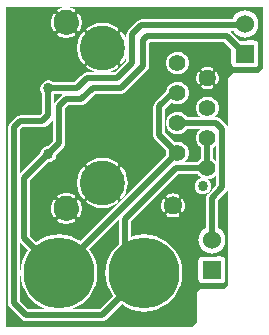
<source format=gbr>
G04 start of page 2 for group 0 idx 0 *
G04 Title: (unknown), top *
G04 Creator: pcb 1.99z *
G04 CreationDate: Mon Nov 16 05:23:32 2015 UTC *
G04 For: commonadmin *
G04 Format: Gerber/RS-274X *
G04 PCB-Dimensions (mil): 900.00 1100.00 *
G04 PCB-Coordinate-Origin: lower left *
%MOIN*%
%FSLAX25Y25*%
%LNTOP*%
%ADD24C,0.0630*%
%ADD23C,0.1280*%
%ADD22C,0.1870*%
%ADD21C,0.0354*%
%ADD20C,0.0380*%
%ADD19C,0.0350*%
%ADD18C,0.0340*%
%ADD17C,0.0827*%
%ADD16C,0.1476*%
%ADD15C,0.2362*%
%ADD14C,0.0551*%
%ADD13C,0.0600*%
%ADD12C,0.0200*%
%ADD11C,0.0001*%
G54D11*G36*
X56502Y67055D02*X56836Y66917D01*
X57411Y66779D01*
X58000Y66733D01*
X58589Y66779D01*
X59164Y66917D01*
X59710Y67143D01*
X60214Y67452D01*
X60664Y67836D01*
X61048Y68286D01*
X61179Y68500D01*
X65729D01*
X65336Y68164D01*
X64952Y67714D01*
X64643Y67210D01*
X64417Y66664D01*
X64279Y66089D01*
X64233Y65500D01*
X64279Y64911D01*
X64417Y64336D01*
X64643Y63790D01*
X64952Y63286D01*
X65336Y62836D01*
X65786Y62452D01*
X66000Y62321D01*
Y58679D01*
X65786Y58548D01*
X65336Y58164D01*
X64952Y57714D01*
X64821Y57500D01*
X60271D01*
X60664Y57836D01*
X61048Y58286D01*
X61357Y58790D01*
X61583Y59336D01*
X61721Y59911D01*
X61756Y60500D01*
X61721Y61089D01*
X61583Y61664D01*
X61357Y62210D01*
X61048Y62714D01*
X60664Y63164D01*
X60214Y63548D01*
X59710Y63857D01*
X59164Y64083D01*
X58589Y64221D01*
X58000Y64267D01*
X57411Y64221D01*
X57166Y64162D01*
X56502Y64827D01*
Y67055D01*
G37*
G36*
X69500Y26986D02*X70206Y27042D01*
X70895Y27207D01*
X71549Y27478D01*
X72153Y27848D01*
X72692Y28308D01*
X73152Y28847D01*
X73522Y29451D01*
X73793Y30105D01*
X73958Y30794D01*
X74000Y31500D01*
X73958Y32206D01*
X73793Y32895D01*
X73522Y33549D01*
X73152Y34153D01*
X72692Y34692D01*
X72153Y35152D01*
X71549Y35522D01*
X71500Y35542D01*
Y44672D01*
X74359Y47530D01*
X74419Y47581D01*
X74623Y47820D01*
X74623Y47821D01*
X74788Y48089D01*
X74908Y48380D01*
X74981Y48686D01*
X75000Y48922D01*
Y16500D01*
X73500Y15000D01*
X69500D01*
Y17007D01*
X72735Y17014D01*
X72965Y17069D01*
X73183Y17159D01*
X73384Y17283D01*
X73564Y17436D01*
X73717Y17616D01*
X73841Y17817D01*
X73931Y18035D01*
X73986Y18265D01*
X74000Y18500D01*
X73986Y24735D01*
X73931Y24965D01*
X73841Y25183D01*
X73717Y25384D01*
X73564Y25564D01*
X73384Y25717D01*
X73183Y25841D01*
X72965Y25931D01*
X72735Y25986D01*
X72500Y26000D01*
X69500Y25993D01*
Y26986D01*
G37*
G36*
Y52056D02*X69710Y52143D01*
X70214Y52452D01*
X70664Y52836D01*
X71000Y53229D01*
Y49828D01*
X69500Y48328D01*
Y52056D01*
G37*
G36*
X59784Y53500D02*X64821D01*
X64952Y53286D01*
X65336Y52836D01*
X65786Y52452D01*
X66219Y52186D01*
X66076Y52175D01*
X65663Y52076D01*
X65270Y51913D01*
X64908Y51691D01*
X64585Y51415D01*
X64309Y51092D01*
X64087Y50730D01*
X63924Y50337D01*
X63825Y49924D01*
X63792Y49500D01*
X63825Y49076D01*
X63924Y48663D01*
X64087Y48270D01*
X64309Y47908D01*
X64585Y47585D01*
X64908Y47309D01*
X65270Y47087D01*
X65663Y46924D01*
X66076Y46825D01*
X66500Y46792D01*
X66924Y46825D01*
X67337Y46924D01*
X67730Y47087D01*
X68092Y47309D01*
X68415Y47585D01*
X68691Y47908D01*
X68913Y48270D01*
X69076Y48663D01*
X69175Y49076D01*
X69200Y49500D01*
X69175Y49924D01*
X69076Y50337D01*
X68913Y50730D01*
X68691Y51092D01*
X68415Y51415D01*
X68092Y51691D01*
X68022Y51734D01*
X68589Y51779D01*
X69164Y51917D01*
X69500Y52056D01*
Y48328D01*
X68141Y46970D01*
X68081Y46919D01*
X67877Y46679D01*
X67712Y46411D01*
X67592Y46120D01*
X67519Y45814D01*
X67519Y45814D01*
X67494Y45500D01*
X67500Y45422D01*
Y35542D01*
X67451Y35522D01*
X66847Y35152D01*
X66308Y34692D01*
X65848Y34153D01*
X65478Y33549D01*
X65207Y32895D01*
X65042Y32206D01*
X64986Y31500D01*
X65042Y30794D01*
X65207Y30105D01*
X65478Y29451D01*
X65848Y28847D01*
X66308Y28308D01*
X66847Y27848D01*
X67451Y27478D01*
X68105Y27207D01*
X68794Y27042D01*
X69500Y26986D01*
Y25993D01*
X66265Y25986D01*
X66035Y25931D01*
X65817Y25841D01*
X65616Y25717D01*
X65436Y25564D01*
X65283Y25384D01*
X65159Y25183D01*
X65069Y24965D01*
X65014Y24735D01*
X65000Y24500D01*
X65014Y18265D01*
X65069Y18035D01*
X65159Y17817D01*
X65283Y17616D01*
X65436Y17436D01*
X65616Y17283D01*
X65817Y17159D01*
X66035Y17069D01*
X66265Y17014D01*
X66500Y17000D01*
X69500Y17007D01*
Y15000D01*
X65500D01*
X64500Y14000D01*
Y4000D01*
X63000Y2500D01*
X59784D01*
Y40869D01*
X59787Y40870D01*
X59855Y40909D01*
X59916Y40958D01*
X59969Y41017D01*
X60011Y41083D01*
X60174Y41408D01*
X60303Y41748D01*
X60401Y42098D01*
X60467Y42456D01*
X60500Y42818D01*
Y43182D01*
X60467Y43544D01*
X60401Y43902D01*
X60303Y44252D01*
X60174Y44592D01*
X60015Y44919D01*
X59972Y44985D01*
X59919Y45044D01*
X59857Y45094D01*
X59788Y45133D01*
X59784Y45135D01*
Y53500D01*
G37*
G36*
X56502Y12079D02*X57243Y12947D01*
X58296Y14666D01*
X59068Y16529D01*
X59539Y18490D01*
X59657Y20500D01*
X59539Y22510D01*
X59068Y24471D01*
X58296Y26334D01*
X57243Y28053D01*
X56502Y28921D01*
Y39000D01*
X56682D01*
X57044Y39033D01*
X57402Y39099D01*
X57752Y39197D01*
X58092Y39326D01*
X58419Y39485D01*
X58485Y39528D01*
X58544Y39581D01*
X58594Y39643D01*
X58633Y39712D01*
X58661Y39786D01*
X58677Y39863D01*
X58681Y39942D01*
X58673Y40021D01*
X58652Y40097D01*
X58620Y40170D01*
X58577Y40236D01*
X58524Y40295D01*
X58462Y40344D01*
X58393Y40384D01*
X58319Y40412D01*
X58242Y40428D01*
X58163Y40432D01*
X58084Y40424D01*
X58007Y40403D01*
X57936Y40370D01*
X57693Y40247D01*
X57438Y40150D01*
X57176Y40077D01*
X56908Y40028D01*
X56636Y40003D01*
X56502D01*
Y45997D01*
X56636D01*
X56908Y45972D01*
X57176Y45923D01*
X57438Y45850D01*
X57693Y45753D01*
X57937Y45633D01*
X58009Y45600D01*
X58084Y45579D01*
X58163Y45571D01*
X58241Y45575D01*
X58318Y45591D01*
X58392Y45619D01*
X58460Y45658D01*
X58521Y45707D01*
X58574Y45766D01*
X58617Y45832D01*
X58649Y45904D01*
X58670Y45980D01*
X58678Y46058D01*
X58674Y46136D01*
X58658Y46213D01*
X58630Y46287D01*
X58591Y46355D01*
X58542Y46416D01*
X58483Y46469D01*
X58417Y46511D01*
X58092Y46674D01*
X57752Y46803D01*
X57402Y46901D01*
X57044Y46967D01*
X56682Y47000D01*
X56502D01*
Y51673D01*
X58328Y53500D01*
X59784D01*
Y45135D01*
X59714Y45161D01*
X59637Y45177D01*
X59558Y45181D01*
X59479Y45173D01*
X59403Y45152D01*
X59330Y45120D01*
X59264Y45077D01*
X59205Y45024D01*
X59156Y44962D01*
X59116Y44893D01*
X59088Y44819D01*
X59072Y44742D01*
X59068Y44663D01*
X59076Y44584D01*
X59097Y44507D01*
X59130Y44436D01*
X59253Y44193D01*
X59350Y43938D01*
X59423Y43676D01*
X59472Y43408D01*
X59497Y43136D01*
Y42864D01*
X59472Y42592D01*
X59423Y42324D01*
X59350Y42062D01*
X59253Y41807D01*
X59133Y41563D01*
X59100Y41491D01*
X59079Y41416D01*
X59071Y41337D01*
X59075Y41259D01*
X59091Y41182D01*
X59119Y41108D01*
X59158Y41040D01*
X59207Y40979D01*
X59266Y40926D01*
X59332Y40883D01*
X59404Y40851D01*
X59480Y40830D01*
X59558Y40822D01*
X59636Y40826D01*
X59713Y40842D01*
X59784Y40869D01*
Y2500D01*
X56502D01*
Y12079D01*
G37*
G36*
X71073Y97500D02*X73672D01*
X76003Y95169D01*
X76014Y90265D01*
X76069Y90035D01*
X76159Y89817D01*
X76283Y89616D01*
X76436Y89436D01*
X76616Y89283D01*
X76817Y89159D01*
X77035Y89069D01*
X77265Y89014D01*
X77500Y89000D01*
X83735Y89014D01*
X83965Y89069D01*
X84183Y89159D01*
X84384Y89283D01*
X84564Y89436D01*
X84717Y89616D01*
X84841Y89817D01*
X84931Y90035D01*
X84986Y90265D01*
X85000Y90500D01*
X84986Y96735D01*
X84931Y96965D01*
X84841Y97183D01*
X84717Y97384D01*
X84564Y97564D01*
X84384Y97717D01*
X84183Y97841D01*
X83965Y97931D01*
X83735Y97986D01*
X83500Y98000D01*
X78839Y97990D01*
X75970Y100859D01*
X75919Y100919D01*
X75823Y101000D01*
X76754D01*
X76848Y100847D01*
X77308Y100308D01*
X77847Y99848D01*
X78451Y99478D01*
X79105Y99207D01*
X79794Y99042D01*
X80500Y98986D01*
X81206Y99042D01*
X81895Y99207D01*
X82549Y99478D01*
X83153Y99848D01*
X83692Y100308D01*
X84152Y100847D01*
X84522Y101451D01*
X84793Y102105D01*
X84958Y102794D01*
X85000Y103500D01*
X84958Y104206D01*
X84793Y104895D01*
X84522Y105549D01*
X84152Y106153D01*
X83692Y106692D01*
X83153Y107152D01*
X82549Y107522D01*
X81895Y107793D01*
X81206Y107958D01*
X80500Y108014D01*
X79794Y107958D01*
X79105Y107793D01*
X78451Y107522D01*
X77847Y107152D01*
X77308Y106692D01*
X76848Y106153D01*
X76478Y105549D01*
X76251Y105000D01*
X71073D01*
Y109000D01*
X86500D01*
Y88500D01*
X85000Y87000D01*
X76500D01*
X75000Y85500D01*
Y68578D01*
X74981Y68814D01*
X74908Y69120D01*
X74788Y69411D01*
X74623Y69679D01*
X74623Y69679D01*
X74419Y69919D01*
X74359Y69970D01*
X72470Y71859D01*
X72419Y71919D01*
X72179Y72123D01*
X72179Y72123D01*
X71911Y72288D01*
X71620Y72408D01*
X71314Y72481D01*
X71073Y72500D01*
Y73326D01*
X71357Y73790D01*
X71583Y74336D01*
X71721Y74911D01*
X71756Y75500D01*
X71721Y76089D01*
X71583Y76664D01*
X71357Y77210D01*
X71073Y77674D01*
Y83536D01*
X71115Y83553D01*
X71183Y83594D01*
X71243Y83644D01*
X71294Y83704D01*
X71334Y83771D01*
X71488Y84096D01*
X71606Y84436D01*
X71692Y84785D01*
X71743Y85141D01*
X71760Y85500D01*
X71743Y85859D01*
X71692Y86215D01*
X71606Y86564D01*
X71488Y86904D01*
X71338Y87231D01*
X71297Y87298D01*
X71245Y87358D01*
X71184Y87409D01*
X71117Y87450D01*
X71073Y87467D01*
Y97500D01*
G37*
G36*
Y72500D02*X71000Y72506D01*
X70922Y72500D01*
X70271D01*
X70664Y72836D01*
X71048Y73286D01*
X71073Y73326D01*
Y72500D01*
G37*
G36*
Y105000D02*X68002D01*
Y109000D01*
X71073D01*
Y105000D01*
G37*
G36*
X68002Y97500D02*X71073D01*
Y87467D01*
X71043Y87480D01*
X70966Y87498D01*
X70887Y87503D01*
X70808Y87496D01*
X70731Y87477D01*
X70658Y87447D01*
X70591Y87405D01*
X70531Y87353D01*
X70480Y87292D01*
X70439Y87224D01*
X70409Y87151D01*
X70392Y87074D01*
X70386Y86995D01*
X70393Y86916D01*
X70412Y86839D01*
X70444Y86767D01*
X70557Y86529D01*
X70643Y86280D01*
X70706Y86024D01*
X70743Y85763D01*
X70756Y85500D01*
X70743Y85237D01*
X70706Y84976D01*
X70643Y84720D01*
X70557Y84471D01*
X70447Y84232D01*
X70415Y84160D01*
X70396Y84083D01*
X70389Y84005D01*
X70395Y83927D01*
X70413Y83850D01*
X70442Y83777D01*
X70483Y83710D01*
X70533Y83649D01*
X70593Y83598D01*
X70660Y83556D01*
X70732Y83526D01*
X70809Y83507D01*
X70887Y83500D01*
X70966Y83506D01*
X71042Y83523D01*
X71073Y83536D01*
Y77674D01*
X71048Y77714D01*
X70664Y78164D01*
X70214Y78548D01*
X69710Y78857D01*
X69164Y79083D01*
X68589Y79221D01*
X68002Y79267D01*
Y81740D01*
X68359Y81757D01*
X68715Y81808D01*
X69064Y81894D01*
X69404Y82012D01*
X69731Y82162D01*
X69798Y82203D01*
X69858Y82255D01*
X69909Y82316D01*
X69950Y82383D01*
X69980Y82457D01*
X69998Y82534D01*
X70003Y82613D01*
X69996Y82692D01*
X69977Y82769D01*
X69947Y82842D01*
X69905Y82909D01*
X69853Y82969D01*
X69792Y83020D01*
X69724Y83061D01*
X69651Y83091D01*
X69574Y83108D01*
X69495Y83114D01*
X69416Y83107D01*
X69339Y83088D01*
X69267Y83056D01*
X69029Y82943D01*
X68780Y82857D01*
X68524Y82794D01*
X68263Y82757D01*
X68002Y82744D01*
Y88256D01*
X68263Y88243D01*
X68524Y88206D01*
X68780Y88143D01*
X69029Y88057D01*
X69268Y87947D01*
X69340Y87915D01*
X69417Y87896D01*
X69495Y87889D01*
X69573Y87895D01*
X69650Y87913D01*
X69723Y87942D01*
X69790Y87983D01*
X69851Y88033D01*
X69902Y88093D01*
X69944Y88160D01*
X69974Y88232D01*
X69993Y88309D01*
X70000Y88387D01*
X69994Y88466D01*
X69977Y88542D01*
X69947Y88615D01*
X69906Y88683D01*
X69856Y88743D01*
X69796Y88794D01*
X69729Y88834D01*
X69404Y88988D01*
X69064Y89106D01*
X68715Y89192D01*
X68359Y89243D01*
X68002Y89260D01*
Y97500D01*
G37*
G36*
Y105000D02*X56502D01*
Y109000D01*
X68002D01*
Y105000D01*
G37*
G36*
X64927Y73326D02*X64952Y73286D01*
X65336Y72836D01*
X65729Y72500D01*
X64927D01*
Y73326D01*
G37*
G36*
Y97500D02*X68002D01*
Y89260D01*
X68000Y89260D01*
X67641Y89243D01*
X67285Y89192D01*
X66936Y89106D01*
X66596Y88988D01*
X66269Y88838D01*
X66202Y88797D01*
X66142Y88745D01*
X66091Y88684D01*
X66050Y88617D01*
X66020Y88543D01*
X66002Y88466D01*
X65997Y88387D01*
X66004Y88308D01*
X66023Y88231D01*
X66053Y88158D01*
X66095Y88091D01*
X66147Y88031D01*
X66208Y87980D01*
X66276Y87939D01*
X66349Y87909D01*
X66426Y87892D01*
X66505Y87886D01*
X66584Y87893D01*
X66661Y87912D01*
X66733Y87944D01*
X66971Y88057D01*
X67220Y88143D01*
X67476Y88206D01*
X67737Y88243D01*
X68000Y88256D01*
X68002Y88256D01*
Y82744D01*
X68000Y82744D01*
X67737Y82757D01*
X67476Y82794D01*
X67220Y82857D01*
X66971Y82943D01*
X66732Y83053D01*
X66660Y83085D01*
X66583Y83104D01*
X66505Y83111D01*
X66427Y83105D01*
X66350Y83087D01*
X66277Y83058D01*
X66210Y83017D01*
X66149Y82967D01*
X66098Y82907D01*
X66056Y82840D01*
X66026Y82768D01*
X66007Y82691D01*
X66000Y82613D01*
X66006Y82534D01*
X66023Y82458D01*
X66053Y82385D01*
X66094Y82317D01*
X66144Y82257D01*
X66204Y82206D01*
X66271Y82166D01*
X66596Y82012D01*
X66936Y81894D01*
X67285Y81808D01*
X67641Y81757D01*
X68000Y81740D01*
X68002Y81740D01*
Y79267D01*
X68000Y79267D01*
X67411Y79221D01*
X66836Y79083D01*
X66290Y78857D01*
X65786Y78548D01*
X65336Y78164D01*
X64952Y77714D01*
X64927Y77674D01*
Y83533D01*
X64957Y83520D01*
X65034Y83502D01*
X65113Y83497D01*
X65192Y83504D01*
X65269Y83523D01*
X65342Y83553D01*
X65409Y83595D01*
X65469Y83647D01*
X65520Y83708D01*
X65561Y83776D01*
X65591Y83849D01*
X65608Y83926D01*
X65614Y84005D01*
X65607Y84084D01*
X65588Y84161D01*
X65556Y84233D01*
X65443Y84471D01*
X65357Y84720D01*
X65294Y84976D01*
X65257Y85237D01*
X65244Y85500D01*
X65257Y85763D01*
X65294Y86024D01*
X65357Y86280D01*
X65443Y86529D01*
X65553Y86768D01*
X65585Y86840D01*
X65604Y86917D01*
X65611Y86995D01*
X65605Y87073D01*
X65587Y87150D01*
X65558Y87223D01*
X65517Y87290D01*
X65467Y87351D01*
X65407Y87402D01*
X65340Y87444D01*
X65268Y87474D01*
X65191Y87493D01*
X65113Y87500D01*
X65034Y87494D01*
X64958Y87477D01*
X64927Y87464D01*
Y97500D01*
G37*
G36*
X56502D02*X64927D01*
Y87464D01*
X64885Y87447D01*
X64817Y87406D01*
X64757Y87356D01*
X64706Y87296D01*
X64666Y87229D01*
X64512Y86904D01*
X64394Y86564D01*
X64308Y86215D01*
X64257Y85859D01*
X64240Y85500D01*
X64257Y85141D01*
X64308Y84785D01*
X64394Y84436D01*
X64512Y84096D01*
X64662Y83769D01*
X64703Y83702D01*
X64755Y83642D01*
X64816Y83591D01*
X64883Y83550D01*
X64927Y83533D01*
Y77674D01*
X64643Y77210D01*
X64417Y76664D01*
X64279Y76089D01*
X64233Y75500D01*
X64279Y74911D01*
X64417Y74336D01*
X64643Y73790D01*
X64927Y73326D01*
Y72500D01*
X61179D01*
X61048Y72714D01*
X60664Y73164D01*
X60214Y73548D01*
X59710Y73857D01*
X59164Y74083D01*
X58589Y74221D01*
X58000Y74267D01*
X57411Y74221D01*
X56836Y74083D01*
X56502Y73945D01*
Y77055D01*
X56836Y76917D01*
X57411Y76779D01*
X58000Y76733D01*
X58589Y76779D01*
X59164Y76917D01*
X59710Y77143D01*
X60214Y77452D01*
X60664Y77836D01*
X61048Y78286D01*
X61357Y78790D01*
X61583Y79336D01*
X61721Y79911D01*
X61756Y80500D01*
X61721Y81089D01*
X61583Y81664D01*
X61357Y82210D01*
X61048Y82714D01*
X60664Y83164D01*
X60214Y83548D01*
X59710Y83857D01*
X59164Y84083D01*
X58589Y84221D01*
X58000Y84267D01*
X57411Y84221D01*
X56836Y84083D01*
X56502Y83945D01*
Y87055D01*
X56836Y86917D01*
X57411Y86779D01*
X58000Y86733D01*
X58589Y86779D01*
X59164Y86917D01*
X59710Y87143D01*
X60214Y87452D01*
X60664Y87836D01*
X61048Y88286D01*
X61357Y88790D01*
X61583Y89336D01*
X61721Y89911D01*
X61756Y90500D01*
X61721Y91089D01*
X61583Y91664D01*
X61357Y92210D01*
X61048Y92714D01*
X60664Y93164D01*
X60214Y93548D01*
X59710Y93857D01*
X59164Y94083D01*
X58589Y94221D01*
X58000Y94267D01*
X57411Y94221D01*
X56836Y94083D01*
X56502Y93945D01*
Y97500D01*
G37*
G36*
Y73945D02*X56290Y73857D01*
X55786Y73548D01*
X55336Y73164D01*
X54952Y72714D01*
X54643Y72210D01*
X54417Y71664D01*
X54279Y71089D01*
X54233Y70500D01*
X54279Y69911D01*
X54417Y69336D01*
X54643Y68790D01*
X54952Y68286D01*
X55336Y67836D01*
X55786Y67452D01*
X56290Y67143D01*
X56502Y67055D01*
Y64827D01*
X54000Y67328D01*
Y75172D01*
X56092Y77264D01*
X56290Y77143D01*
X56502Y77055D01*
Y73945D01*
G37*
G36*
Y28921D02*X55933Y29587D01*
X54400Y30896D01*
X53216Y31622D01*
Y40865D01*
X53286Y40839D01*
X53363Y40823D01*
X53442Y40819D01*
X53521Y40827D01*
X53597Y40848D01*
X53670Y40880D01*
X53736Y40923D01*
X53795Y40976D01*
X53844Y41038D01*
X53884Y41107D01*
X53912Y41181D01*
X53928Y41258D01*
X53932Y41337D01*
X53924Y41416D01*
X53903Y41493D01*
X53870Y41564D01*
X53747Y41807D01*
X53650Y42062D01*
X53577Y42324D01*
X53528Y42592D01*
X53503Y42864D01*
Y43136D01*
X53528Y43408D01*
X53577Y43676D01*
X53650Y43938D01*
X53747Y44193D01*
X53867Y44437D01*
X53900Y44509D01*
X53921Y44585D01*
X53929Y44663D01*
X53925Y44741D01*
X53909Y44818D01*
X53881Y44892D01*
X53842Y44960D01*
X53793Y45021D01*
X53734Y45074D01*
X53668Y45117D01*
X53596Y45149D01*
X53520Y45170D01*
X53442Y45178D01*
X53364Y45174D01*
X53287Y45158D01*
X53216Y45131D01*
Y48388D01*
X56502Y51673D01*
Y47000D01*
X56318D01*
X55956Y46967D01*
X55598Y46901D01*
X55248Y46803D01*
X54908Y46674D01*
X54581Y46515D01*
X54515Y46472D01*
X54456Y46419D01*
X54406Y46357D01*
X54367Y46288D01*
X54339Y46214D01*
X54323Y46137D01*
X54319Y46058D01*
X54327Y45979D01*
X54348Y45903D01*
X54380Y45830D01*
X54423Y45764D01*
X54476Y45705D01*
X54538Y45656D01*
X54607Y45616D01*
X54681Y45588D01*
X54758Y45572D01*
X54837Y45568D01*
X54916Y45576D01*
X54993Y45597D01*
X55064Y45630D01*
X55307Y45753D01*
X55562Y45850D01*
X55824Y45923D01*
X56092Y45972D01*
X56364Y45997D01*
X56502D01*
Y40003D01*
X56364D01*
X56092Y40028D01*
X55824Y40077D01*
X55562Y40150D01*
X55307Y40247D01*
X55063Y40367D01*
X54991Y40400D01*
X54915Y40421D01*
X54837Y40429D01*
X54759Y40425D01*
X54682Y40409D01*
X54608Y40381D01*
X54540Y40342D01*
X54479Y40293D01*
X54426Y40234D01*
X54383Y40168D01*
X54351Y40096D01*
X54330Y40020D01*
X54322Y39942D01*
X54326Y39864D01*
X54342Y39787D01*
X54370Y39713D01*
X54409Y39645D01*
X54458Y39584D01*
X54517Y39531D01*
X54583Y39489D01*
X54908Y39326D01*
X55248Y39197D01*
X55598Y39099D01*
X55956Y39033D01*
X56318Y39000D01*
X56502D01*
Y28921D01*
G37*
G36*
X53216Y31622D02*X52680Y31950D01*
X50817Y32722D01*
X48857Y33192D01*
X46846Y33351D01*
X44836Y33192D01*
X42875Y32722D01*
X42500Y32566D01*
Y37672D01*
X53216Y48388D01*
Y45131D01*
X53213Y45130D01*
X53145Y45091D01*
X53084Y45042D01*
X53031Y44983D01*
X52989Y44917D01*
X52826Y44592D01*
X52697Y44252D01*
X52599Y43902D01*
X52533Y43544D01*
X52500Y43182D01*
Y42818D01*
X52533Y42456D01*
X52599Y42098D01*
X52697Y41748D01*
X52826Y41408D01*
X52985Y41081D01*
X53028Y41015D01*
X53081Y40956D01*
X53143Y40906D01*
X53212Y40867D01*
X53216Y40865D01*
Y31622D01*
G37*
G36*
X32996Y4494D02*X33000Y4494D01*
X33314Y4519D01*
X33620Y4592D01*
X33911Y4712D01*
X34179Y4877D01*
X34419Y5081D01*
X34470Y5141D01*
X39379Y10051D01*
X41012Y9050D01*
X42875Y8278D01*
X44836Y7808D01*
X46846Y7649D01*
X48857Y7808D01*
X50817Y8278D01*
X52680Y9050D01*
X54400Y10104D01*
X55933Y11413D01*
X56502Y12079D01*
Y2500D01*
X32996D01*
Y4494D01*
G37*
G36*
X56502Y105000D02*X46078D01*
X46000Y105006D01*
X45686Y104981D01*
X45380Y104908D01*
X45089Y104788D01*
X44821Y104623D01*
X44820Y104623D01*
X44581Y104419D01*
X44530Y104359D01*
X41641Y101470D01*
X41581Y101419D01*
X41377Y101179D01*
X41212Y100911D01*
X41092Y100620D01*
X41019Y100314D01*
X41019Y100314D01*
X40994Y100000D01*
X41000Y99922D01*
Y98026D01*
X40997Y98038D01*
X40744Y98729D01*
X40431Y99396D01*
X40060Y100033D01*
X39636Y100634D01*
X39582Y100694D01*
X39520Y100744D01*
X39451Y100783D01*
X39376Y100812D01*
X39298Y100828D01*
X39218Y100832D01*
X39139Y100823D01*
X39062Y100802D01*
X38989Y100769D01*
X38922Y100726D01*
X38863Y100672D01*
X38813Y100610D01*
X38774Y100540D01*
X38745Y100466D01*
X38729Y100388D01*
X38725Y100308D01*
X38734Y100229D01*
X38755Y100152D01*
X38788Y100079D01*
X38833Y100013D01*
X39212Y99488D01*
X39538Y98928D01*
X39813Y98341D01*
X40036Y97733D01*
X40205Y97107D01*
X40318Y96469D01*
X40375Y95824D01*
Y95176D01*
X40318Y94531D01*
X40205Y93893D01*
X40036Y93267D01*
X39813Y92659D01*
X39538Y92072D01*
X39212Y91512D01*
X38838Y90983D01*
X38794Y90918D01*
X38762Y90846D01*
X38741Y90770D01*
X38732Y90692D01*
X38736Y90613D01*
X38752Y90536D01*
X38780Y90463D01*
X38819Y90394D01*
X38869Y90333D01*
X38927Y90280D01*
X38993Y90237D01*
X39064Y90205D01*
X39140Y90184D01*
X39219Y90175D01*
X39297Y90179D01*
X39374Y90195D01*
X39448Y90223D01*
X39516Y90262D01*
X39578Y90311D01*
X39629Y90371D01*
X40060Y90967D01*
X40431Y91604D01*
X40744Y92271D01*
X40997Y92962D01*
X41000Y92974D01*
Y91328D01*
X37172Y87500D01*
X35526D01*
X35538Y87503D01*
X36229Y87756D01*
X36896Y88069D01*
X37533Y88440D01*
X38134Y88864D01*
X38194Y88918D01*
X38244Y88980D01*
X38283Y89049D01*
X38312Y89124D01*
X38328Y89202D01*
X38332Y89282D01*
X38323Y89361D01*
X38302Y89438D01*
X38269Y89511D01*
X38226Y89578D01*
X38172Y89637D01*
X38110Y89687D01*
X38040Y89726D01*
X37966Y89755D01*
X37888Y89771D01*
X37808Y89775D01*
X37729Y89766D01*
X37652Y89745D01*
X37579Y89712D01*
X37513Y89667D01*
X36988Y89288D01*
X36428Y88962D01*
X35841Y88687D01*
X35233Y88464D01*
X34607Y88295D01*
X33969Y88182D01*
X33324Y88125D01*
X32996D01*
Y102875D01*
X33324D01*
X33969Y102818D01*
X34607Y102705D01*
X35233Y102536D01*
X35841Y102313D01*
X36428Y102038D01*
X36988Y101712D01*
X37517Y101338D01*
X37582Y101294D01*
X37654Y101262D01*
X37730Y101241D01*
X37808Y101232D01*
X37887Y101236D01*
X37964Y101252D01*
X38037Y101280D01*
X38106Y101319D01*
X38167Y101369D01*
X38220Y101427D01*
X38263Y101493D01*
X38295Y101564D01*
X38316Y101640D01*
X38325Y101719D01*
X38321Y101797D01*
X38305Y101874D01*
X38277Y101948D01*
X38238Y102016D01*
X38189Y102078D01*
X38129Y102129D01*
X37533Y102560D01*
X36896Y102931D01*
X36229Y103244D01*
X35538Y103497D01*
X34827Y103689D01*
X34102Y103817D01*
X33368Y103882D01*
X32996D01*
Y109000D01*
X56502D01*
Y105000D01*
G37*
G36*
X25946Y4500D02*X32922D01*
X32996Y4494D01*
Y2500D01*
X25946D01*
Y4500D01*
G37*
G36*
X32996Y88125D02*X32676D01*
X32031Y88182D01*
X31393Y88295D01*
X30767Y88464D01*
X30159Y88687D01*
X29572Y88962D01*
X29012Y89288D01*
X28483Y89662D01*
X28418Y89706D01*
X28346Y89738D01*
X28270Y89759D01*
X28192Y89768D01*
X28113Y89764D01*
X28036Y89748D01*
X27963Y89720D01*
X27894Y89681D01*
X27833Y89631D01*
X27780Y89573D01*
X27737Y89507D01*
X27705Y89436D01*
X27684Y89360D01*
X27675Y89281D01*
X27679Y89203D01*
X27695Y89126D01*
X27723Y89052D01*
X27762Y88984D01*
X27811Y88922D01*
X27871Y88871D01*
X28467Y88440D01*
X29104Y88069D01*
X29771Y87756D01*
X30462Y87503D01*
X30474Y87500D01*
X28078D01*
X28000Y87506D01*
X27686Y87481D01*
X27380Y87408D01*
X27089Y87288D01*
X26821Y87123D01*
X26821Y87123D01*
X26581Y86919D01*
X26530Y86859D01*
X25946Y86275D01*
Y90958D01*
X26364Y90366D01*
X26418Y90306D01*
X26480Y90256D01*
X26549Y90217D01*
X26624Y90188D01*
X26702Y90172D01*
X26782Y90168D01*
X26861Y90177D01*
X26938Y90198D01*
X27011Y90231D01*
X27078Y90274D01*
X27137Y90328D01*
X27187Y90390D01*
X27226Y90460D01*
X27255Y90534D01*
X27271Y90612D01*
X27275Y90692D01*
X27266Y90771D01*
X27245Y90848D01*
X27212Y90921D01*
X27167Y90987D01*
X26788Y91512D01*
X26462Y92072D01*
X26187Y92659D01*
X25964Y93267D01*
X25946Y93332D01*
Y97668D01*
X25964Y97733D01*
X26187Y98341D01*
X26462Y98928D01*
X26788Y99488D01*
X27162Y100017D01*
X27206Y100082D01*
X27238Y100154D01*
X27259Y100230D01*
X27268Y100308D01*
X27264Y100387D01*
X27248Y100464D01*
X27220Y100537D01*
X27181Y100606D01*
X27131Y100667D01*
X27073Y100720D01*
X27007Y100763D01*
X26936Y100795D01*
X26860Y100816D01*
X26781Y100825D01*
X26703Y100821D01*
X26626Y100805D01*
X26552Y100777D01*
X26484Y100738D01*
X26422Y100689D01*
X26371Y100629D01*
X25946Y100042D01*
Y102697D01*
X26008Y102927D01*
X26087Y103370D01*
X26126Y103818D01*
Y104268D01*
X26087Y104717D01*
X26008Y105160D01*
X25946Y105389D01*
Y109000D01*
X32996D01*
Y103882D01*
X32632D01*
X31898Y103817D01*
X31173Y103689D01*
X30462Y103497D01*
X29771Y103244D01*
X29104Y102931D01*
X28467Y102560D01*
X27866Y102136D01*
X27806Y102082D01*
X27756Y102020D01*
X27717Y101951D01*
X27688Y101876D01*
X27672Y101798D01*
X27668Y101718D01*
X27677Y101639D01*
X27698Y101562D01*
X27731Y101489D01*
X27774Y101422D01*
X27828Y101363D01*
X27890Y101313D01*
X27960Y101274D01*
X28034Y101245D01*
X28112Y101229D01*
X28192Y101225D01*
X28271Y101234D01*
X28348Y101255D01*
X28421Y101288D01*
X28487Y101333D01*
X29012Y101712D01*
X29572Y102038D01*
X30159Y102313D01*
X30767Y102536D01*
X31393Y102705D01*
X32031Y102818D01*
X32676Y102875D01*
X32996D01*
Y88125D01*
G37*
G36*
X25946Y93332D02*X25795Y93893D01*
X25682Y94531D01*
X25625Y95176D01*
Y95824D01*
X25682Y96469D01*
X25795Y97107D01*
X25946Y97668D01*
Y93332D01*
G37*
G36*
X20994Y4500D02*X25946D01*
Y2500D01*
X20994D01*
Y4500D01*
G37*
G36*
X25946Y86275D02*X23672Y84000D01*
X20994D01*
Y98909D01*
X21217D01*
X21666Y98949D01*
X22109Y99027D01*
X22544Y99144D01*
X22966Y99299D01*
X23374Y99490D01*
X23763Y99716D01*
X23827Y99763D01*
X23882Y99820D01*
X23927Y99886D01*
X23962Y99957D01*
X23985Y100033D01*
X23996Y100111D01*
X23994Y100191D01*
X23980Y100269D01*
X23954Y100344D01*
X23917Y100414D01*
X23869Y100477D01*
X23812Y100532D01*
X23747Y100577D01*
X23675Y100612D01*
X23599Y100635D01*
X23521Y100646D01*
X23441Y100644D01*
X23363Y100630D01*
X23288Y100604D01*
X23219Y100565D01*
X22908Y100380D01*
X22580Y100227D01*
X22240Y100102D01*
X21891Y100008D01*
X21534Y99945D01*
X21173Y99913D01*
X20994D01*
Y108173D01*
X21173D01*
X21534Y108142D01*
X21891Y108078D01*
X22240Y107984D01*
X22580Y107860D01*
X22908Y107706D01*
X23221Y107525D01*
X23290Y107486D01*
X23364Y107460D01*
X23442Y107446D01*
X23521Y107445D01*
X23599Y107456D01*
X23674Y107478D01*
X23745Y107513D01*
X23809Y107558D01*
X23866Y107612D01*
X23913Y107675D01*
X23951Y107744D01*
X23976Y107819D01*
X23990Y107896D01*
X23992Y107975D01*
X23981Y108053D01*
X23958Y108128D01*
X23924Y108199D01*
X23879Y108264D01*
X23824Y108320D01*
X23761Y108367D01*
X23374Y108597D01*
X22966Y108788D01*
X22544Y108942D01*
X22329Y109000D01*
X25946D01*
Y105389D01*
X25891Y105595D01*
X25737Y106018D01*
X25546Y106425D01*
X25320Y106815D01*
X25272Y106878D01*
X25215Y106933D01*
X25150Y106978D01*
X25079Y107013D01*
X25003Y107036D01*
X24924Y107047D01*
X24845Y107045D01*
X24767Y107031D01*
X24692Y107005D01*
X24622Y106968D01*
X24559Y106920D01*
X24504Y106863D01*
X24458Y106798D01*
X24424Y106726D01*
X24401Y106651D01*
X24390Y106572D01*
X24391Y106493D01*
X24405Y106415D01*
X24431Y106340D01*
X24470Y106271D01*
X24655Y105959D01*
X24809Y105632D01*
X24933Y105291D01*
X25027Y104942D01*
X25090Y104585D01*
X25122Y104224D01*
Y103862D01*
X25090Y103501D01*
X25027Y103145D01*
X24933Y102795D01*
X24809Y102455D01*
X24655Y102127D01*
X24473Y101814D01*
X24435Y101745D01*
X24409Y101671D01*
X24395Y101594D01*
X24394Y101515D01*
X24404Y101437D01*
X24427Y101362D01*
X24462Y101291D01*
X24507Y101226D01*
X24561Y101169D01*
X24624Y101122D01*
X24693Y101085D01*
X24768Y101059D01*
X24845Y101045D01*
X24924Y101044D01*
X25002Y101054D01*
X25077Y101077D01*
X25148Y101112D01*
X25212Y101157D01*
X25269Y101211D01*
X25315Y101275D01*
X25546Y101661D01*
X25737Y102069D01*
X25891Y102492D01*
X25946Y102697D01*
Y100042D01*
X25940Y100033D01*
X25569Y99396D01*
X25256Y98729D01*
X25003Y98038D01*
X24811Y97327D01*
X24683Y96602D01*
X24618Y95868D01*
Y95132D01*
X24683Y94398D01*
X24811Y93673D01*
X25003Y92962D01*
X25256Y92271D01*
X25569Y91604D01*
X25940Y90967D01*
X25946Y90958D01*
Y86275D01*
G37*
G36*
X16726Y4500D02*X20994D01*
Y2500D01*
X16726D01*
Y4500D01*
G37*
G36*
X20994Y84000D02*X16816D01*
X16726Y84076D01*
Y101195D01*
X16769Y101153D01*
X16834Y101108D01*
X16906Y101074D01*
X16982Y101051D01*
X17060Y101040D01*
X17140Y101041D01*
X17218Y101055D01*
X17293Y101081D01*
X17362Y101119D01*
X17426Y101166D01*
X17481Y101224D01*
X17526Y101289D01*
X17561Y101360D01*
X17584Y101436D01*
X17595Y101515D01*
X17593Y101594D01*
X17579Y101672D01*
X17553Y101747D01*
X17514Y101816D01*
X17329Y102127D01*
X17176Y102455D01*
X17051Y102795D01*
X16957Y103145D01*
X16894Y103501D01*
X16862Y103862D01*
Y104224D01*
X16894Y104585D01*
X16957Y104942D01*
X17051Y105291D01*
X17176Y105632D01*
X17329Y105959D01*
X17511Y106273D01*
X17549Y106341D01*
X17575Y106416D01*
X17589Y106493D01*
X17591Y106572D01*
X17580Y106650D01*
X17557Y106725D01*
X17523Y106796D01*
X17478Y106860D01*
X17423Y106917D01*
X17360Y106965D01*
X17291Y107002D01*
X17217Y107028D01*
X17139Y107041D01*
X17060Y107043D01*
X16982Y107032D01*
X16907Y107009D01*
X16836Y106975D01*
X16772Y106930D01*
X16726Y106886D01*
Y109000D01*
X19655D01*
X19441Y108942D01*
X19018Y108788D01*
X18610Y108597D01*
X18221Y108371D01*
X18157Y108323D01*
X18102Y108266D01*
X18057Y108201D01*
X18022Y108130D01*
X17999Y108054D01*
X17988Y107975D01*
X17990Y107896D01*
X18004Y107818D01*
X18030Y107743D01*
X18067Y107673D01*
X18115Y107610D01*
X18172Y107555D01*
X18238Y107509D01*
X18309Y107475D01*
X18385Y107452D01*
X18463Y107441D01*
X18543Y107442D01*
X18621Y107456D01*
X18696Y107482D01*
X18765Y107521D01*
X19076Y107706D01*
X19404Y107860D01*
X19744Y107984D01*
X20094Y108078D01*
X20450Y108142D01*
X20811Y108173D01*
X20994D01*
Y99913D01*
X20811D01*
X20450Y99945D01*
X20094Y100008D01*
X19744Y100102D01*
X19404Y100227D01*
X19076Y100380D01*
X18763Y100562D01*
X18694Y100601D01*
X18620Y100626D01*
X18542Y100640D01*
X18464Y100642D01*
X18386Y100631D01*
X18310Y100608D01*
X18240Y100574D01*
X18175Y100529D01*
X18118Y100474D01*
X18071Y100412D01*
X18034Y100342D01*
X18008Y100268D01*
X17994Y100190D01*
X17992Y100112D01*
X18003Y100034D01*
X18026Y99958D01*
X18060Y99888D01*
X18105Y99823D01*
X18160Y99766D01*
X18223Y99720D01*
X18610Y99490D01*
X19018Y99299D01*
X19441Y99144D01*
X19875Y99027D01*
X20319Y98949D01*
X20767Y98909D01*
X20994D01*
Y84000D01*
G37*
G36*
X16726Y84076D02*X16592Y84191D01*
X16230Y84413D01*
X15837Y84576D01*
X15424Y84675D01*
X15000Y84708D01*
X14576Y84675D01*
X14163Y84576D01*
X13770Y84413D01*
X13408Y84191D01*
X13085Y83915D01*
X12809Y83592D01*
X12587Y83230D01*
X12424Y82837D01*
X12325Y82424D01*
X12292Y82000D01*
X12325Y81576D01*
X12424Y81163D01*
X12587Y80770D01*
X12809Y80408D01*
X13000Y80184D01*
Y73828D01*
X12172Y73000D01*
X5578D01*
X5500Y73006D01*
X5186Y72981D01*
X4880Y72908D01*
X4589Y72788D01*
X4321Y72623D01*
X4320Y72623D01*
X4081Y72419D01*
X4030Y72359D01*
X2141Y70470D01*
X2081Y70419D01*
X1877Y70179D01*
X1712Y69911D01*
X1592Y69620D01*
X1519Y69314D01*
X1519Y69314D01*
X1494Y69000D01*
X1500Y68922D01*
Y10578D01*
X1494Y10500D01*
X1519Y10186D01*
X1574Y9954D01*
X1592Y9880D01*
X1627Y9795D01*
X1712Y9589D01*
X1877Y9321D01*
X1877Y9321D01*
X2081Y9081D01*
X2141Y9030D01*
X6030Y5141D01*
X6081Y5081D01*
X6321Y4877D01*
X6321Y4877D01*
X6589Y4712D01*
X6880Y4592D01*
X7186Y4519D01*
X7500Y4494D01*
X7578Y4500D01*
X16726D01*
Y2500D01*
X1000D01*
Y109000D01*
X16726D01*
Y106886D01*
X16715Y106876D01*
X16669Y106812D01*
X16439Y106425D01*
X16248Y106018D01*
X16093Y105595D01*
X15976Y105160D01*
X15898Y104717D01*
X15858Y104268D01*
Y103818D01*
X15898Y103370D01*
X15976Y102927D01*
X16093Y102492D01*
X16248Y102069D01*
X16439Y101661D01*
X16665Y101272D01*
X16712Y101208D01*
X16726Y101195D01*
Y84076D01*
G37*
G36*
X40054Y52668D02*X40205Y52107D01*
X40318Y51469D01*
X40375Y50824D01*
Y50176D01*
X40318Y49531D01*
X40205Y48893D01*
X40054Y48332D01*
Y52668D01*
G37*
G36*
X54285Y81113D02*X50641Y77470D01*
X50581Y77419D01*
X50377Y77179D01*
X50212Y76911D01*
X50092Y76620D01*
X50019Y76314D01*
X50019Y76314D01*
X49994Y76000D01*
X50000Y75922D01*
Y66578D01*
X49994Y66500D01*
X50019Y66186D01*
X50074Y65954D01*
X50092Y65880D01*
X50127Y65795D01*
X50212Y65589D01*
X50377Y65321D01*
X50377Y65321D01*
X50581Y65081D01*
X50641Y65030D01*
X54338Y61334D01*
X54279Y61089D01*
X54233Y60500D01*
X54279Y59911D01*
X54338Y59666D01*
X40054Y45382D01*
Y45958D01*
X40060Y45967D01*
X40431Y46604D01*
X40744Y47271D01*
X40997Y47962D01*
X41189Y48673D01*
X41317Y49398D01*
X41382Y50132D01*
Y50868D01*
X41317Y51602D01*
X41189Y52327D01*
X40997Y53038D01*
X40744Y53729D01*
X40431Y54396D01*
X40060Y55033D01*
X40054Y55042D01*
Y80418D01*
X40161Y80462D01*
X40429Y80627D01*
X40669Y80831D01*
X40720Y80891D01*
X47859Y88030D01*
X47919Y88081D01*
X48123Y88320D01*
X48123Y88321D01*
X48288Y88589D01*
X48408Y88880D01*
X48481Y89186D01*
X48506Y89500D01*
X48500Y89578D01*
Y97172D01*
X48828Y97500D01*
X56502D01*
Y93945D01*
X56290Y93857D01*
X55786Y93548D01*
X55336Y93164D01*
X54952Y92714D01*
X54643Y92210D01*
X54417Y91664D01*
X54279Y91089D01*
X54233Y90500D01*
X54279Y89911D01*
X54417Y89336D01*
X54643Y88790D01*
X54952Y88286D01*
X55336Y87836D01*
X55786Y87452D01*
X56290Y87143D01*
X56502Y87055D01*
Y83945D01*
X56290Y83857D01*
X55786Y83548D01*
X55336Y83164D01*
X54952Y82714D01*
X54643Y82210D01*
X54417Y81664D01*
X54285Y81113D01*
G37*
G36*
X40054Y45382D02*X33004Y38332D01*
Y42118D01*
X33368D01*
X34102Y42183D01*
X34827Y42311D01*
X35538Y42503D01*
X36229Y42756D01*
X36896Y43069D01*
X37533Y43440D01*
X38134Y43864D01*
X38194Y43918D01*
X38244Y43980D01*
X38283Y44049D01*
X38312Y44124D01*
X38328Y44202D01*
X38332Y44282D01*
X38323Y44361D01*
X38302Y44438D01*
X38269Y44511D01*
X38226Y44578D01*
X38172Y44637D01*
X38110Y44687D01*
X38040Y44726D01*
X37966Y44755D01*
X37888Y44771D01*
X37808Y44775D01*
X37729Y44766D01*
X37652Y44745D01*
X37579Y44712D01*
X37513Y44667D01*
X36988Y44288D01*
X36428Y43962D01*
X35841Y43687D01*
X35233Y43464D01*
X34607Y43295D01*
X33969Y43182D01*
X33324Y43125D01*
X33004D01*
Y57875D01*
X33324D01*
X33969Y57818D01*
X34607Y57705D01*
X35233Y57536D01*
X35841Y57313D01*
X36428Y57038D01*
X36988Y56712D01*
X37517Y56338D01*
X37582Y56294D01*
X37654Y56262D01*
X37730Y56241D01*
X37808Y56232D01*
X37887Y56236D01*
X37964Y56252D01*
X38037Y56280D01*
X38106Y56319D01*
X38167Y56369D01*
X38220Y56427D01*
X38263Y56493D01*
X38295Y56564D01*
X38316Y56640D01*
X38325Y56719D01*
X38321Y56797D01*
X38305Y56874D01*
X38277Y56948D01*
X38238Y57016D01*
X38189Y57078D01*
X38129Y57129D01*
X37533Y57560D01*
X36896Y57931D01*
X36229Y58244D01*
X35538Y58497D01*
X34827Y58689D01*
X34102Y58817D01*
X33368Y58882D01*
X33004D01*
Y80250D01*
X39172D01*
X39250Y80244D01*
X39564Y80269D01*
X39564Y80269D01*
X39870Y80342D01*
X40054Y80418D01*
Y55042D01*
X39636Y55634D01*
X39582Y55694D01*
X39520Y55744D01*
X39451Y55783D01*
X39376Y55812D01*
X39298Y55828D01*
X39218Y55832D01*
X39139Y55823D01*
X39062Y55802D01*
X38989Y55769D01*
X38922Y55726D01*
X38863Y55672D01*
X38813Y55610D01*
X38774Y55540D01*
X38745Y55466D01*
X38729Y55388D01*
X38725Y55308D01*
X38734Y55229D01*
X38755Y55152D01*
X38788Y55079D01*
X38833Y55013D01*
X39212Y54488D01*
X39538Y53928D01*
X39813Y53341D01*
X40036Y52733D01*
X40054Y52668D01*
Y48332D01*
X40036Y48267D01*
X39813Y47659D01*
X39538Y47072D01*
X39212Y46512D01*
X38838Y45983D01*
X38794Y45918D01*
X38762Y45846D01*
X38741Y45770D01*
X38732Y45692D01*
X38736Y45613D01*
X38752Y45536D01*
X38780Y45463D01*
X38819Y45394D01*
X38869Y45333D01*
X38927Y45280D01*
X38993Y45237D01*
X39064Y45205D01*
X39140Y45184D01*
X39219Y45175D01*
X39297Y45179D01*
X39374Y45195D01*
X39448Y45223D01*
X39516Y45262D01*
X39578Y45311D01*
X39629Y45371D01*
X40054Y45958D01*
Y45382D01*
G37*
G36*
X33004Y38332D02*X25946Y31275D01*
Y40689D01*
X26008Y40919D01*
X26087Y41362D01*
X26126Y41810D01*
Y42261D01*
X26087Y42709D01*
X26008Y43152D01*
X25946Y43381D01*
Y45958D01*
X26364Y45366D01*
X26418Y45306D01*
X26480Y45256D01*
X26549Y45217D01*
X26624Y45188D01*
X26702Y45172D01*
X26782Y45168D01*
X26861Y45177D01*
X26938Y45198D01*
X27011Y45231D01*
X27078Y45274D01*
X27137Y45328D01*
X27187Y45390D01*
X27226Y45460D01*
X27255Y45534D01*
X27271Y45612D01*
X27275Y45692D01*
X27266Y45771D01*
X27245Y45848D01*
X27212Y45921D01*
X27167Y45987D01*
X26788Y46512D01*
X26462Y47072D01*
X26187Y47659D01*
X25964Y48267D01*
X25946Y48332D01*
Y52668D01*
X25964Y52733D01*
X26187Y53341D01*
X26462Y53928D01*
X26788Y54488D01*
X27162Y55017D01*
X27206Y55082D01*
X27238Y55154D01*
X27259Y55230D01*
X27268Y55308D01*
X27264Y55387D01*
X27248Y55464D01*
X27220Y55537D01*
X27181Y55606D01*
X27131Y55667D01*
X27073Y55720D01*
X27007Y55763D01*
X26936Y55795D01*
X26860Y55816D01*
X26781Y55825D01*
X26703Y55821D01*
X26626Y55805D01*
X26552Y55777D01*
X26484Y55738D01*
X26422Y55689D01*
X26371Y55629D01*
X25946Y55042D01*
Y76498D01*
X26000Y76494D01*
X26314Y76519D01*
X26314Y76519D01*
X26620Y76592D01*
X26911Y76712D01*
X27179Y76877D01*
X27419Y77081D01*
X27470Y77141D01*
X30578Y80250D01*
X33004D01*
Y58882D01*
X32632D01*
X31898Y58817D01*
X31173Y58689D01*
X30462Y58497D01*
X29771Y58244D01*
X29104Y57931D01*
X28467Y57560D01*
X27866Y57136D01*
X27806Y57082D01*
X27756Y57020D01*
X27717Y56951D01*
X27688Y56876D01*
X27672Y56798D01*
X27668Y56718D01*
X27677Y56639D01*
X27698Y56562D01*
X27731Y56489D01*
X27774Y56422D01*
X27828Y56363D01*
X27890Y56313D01*
X27960Y56274D01*
X28034Y56245D01*
X28112Y56229D01*
X28192Y56225D01*
X28271Y56234D01*
X28348Y56255D01*
X28421Y56288D01*
X28487Y56333D01*
X29012Y56712D01*
X29572Y57038D01*
X30159Y57313D01*
X30767Y57536D01*
X31393Y57705D01*
X32031Y57818D01*
X32676Y57875D01*
X33004D01*
Y43125D01*
X32676D01*
X32031Y43182D01*
X31393Y43295D01*
X30767Y43464D01*
X30159Y43687D01*
X29572Y43962D01*
X29012Y44288D01*
X28483Y44662D01*
X28418Y44706D01*
X28346Y44738D01*
X28270Y44759D01*
X28192Y44768D01*
X28113Y44764D01*
X28036Y44748D01*
X27963Y44720D01*
X27894Y44681D01*
X27833Y44631D01*
X27780Y44573D01*
X27737Y44507D01*
X27705Y44436D01*
X27684Y44360D01*
X27675Y44281D01*
X27679Y44203D01*
X27695Y44126D01*
X27723Y44052D01*
X27762Y43984D01*
X27811Y43922D01*
X27871Y43871D01*
X28467Y43440D01*
X29104Y43069D01*
X29771Y42756D01*
X30462Y42503D01*
X31173Y42311D01*
X31898Y42183D01*
X32632Y42118D01*
X33004D01*
Y38332D01*
G37*
G36*
X25946Y48332D02*X25795Y48893D01*
X25682Y49531D01*
X25625Y50176D01*
Y50824D01*
X25682Y51469D01*
X25795Y52107D01*
X25946Y52668D01*
Y48332D01*
G37*
G36*
Y31275D02*X25752Y31081D01*
X24334Y31950D01*
X22471Y32722D01*
X20994Y33076D01*
Y36902D01*
X21217D01*
X21666Y36941D01*
X22109Y37019D01*
X22544Y37136D01*
X22966Y37291D01*
X23374Y37482D01*
X23763Y37708D01*
X23827Y37755D01*
X23882Y37813D01*
X23927Y37878D01*
X23962Y37949D01*
X23985Y38025D01*
X23996Y38104D01*
X23994Y38183D01*
X23980Y38261D01*
X23954Y38336D01*
X23917Y38406D01*
X23869Y38469D01*
X23812Y38524D01*
X23747Y38569D01*
X23675Y38604D01*
X23599Y38627D01*
X23521Y38638D01*
X23441Y38636D01*
X23363Y38622D01*
X23288Y38596D01*
X23219Y38558D01*
X22908Y38372D01*
X22580Y38219D01*
X22240Y38094D01*
X21891Y38000D01*
X21534Y37937D01*
X21173Y37906D01*
X20994D01*
Y46165D01*
X21173D01*
X21534Y46134D01*
X21891Y46070D01*
X22240Y45976D01*
X22580Y45852D01*
X22908Y45698D01*
X23221Y45517D01*
X23290Y45478D01*
X23364Y45452D01*
X23442Y45439D01*
X23521Y45437D01*
X23599Y45448D01*
X23674Y45471D01*
X23745Y45505D01*
X23809Y45550D01*
X23866Y45604D01*
X23913Y45667D01*
X23951Y45737D01*
X23976Y45811D01*
X23990Y45888D01*
X23992Y45967D01*
X23981Y46045D01*
X23958Y46120D01*
X23924Y46191D01*
X23879Y46256D01*
X23824Y46313D01*
X23761Y46359D01*
X23374Y46589D01*
X22966Y46780D01*
X22544Y46934D01*
X22109Y47051D01*
X21666Y47130D01*
X21217Y47169D01*
X20994D01*
Y75666D01*
X21828Y76500D01*
X25922D01*
X25946Y76498D01*
Y55042D01*
X25940Y55033D01*
X25569Y54396D01*
X25256Y53729D01*
X25003Y53038D01*
X24811Y52327D01*
X24683Y51602D01*
X24618Y50868D01*
Y50132D01*
X24683Y49398D01*
X24811Y48673D01*
X25003Y47962D01*
X25256Y47271D01*
X25569Y46604D01*
X25940Y45967D01*
X25946Y45958D01*
Y43381D01*
X25891Y43587D01*
X25737Y44010D01*
X25546Y44417D01*
X25320Y44807D01*
X25272Y44870D01*
X25215Y44925D01*
X25150Y44971D01*
X25079Y45005D01*
X25003Y45028D01*
X24924Y45039D01*
X24845Y45038D01*
X24767Y45024D01*
X24692Y44998D01*
X24622Y44960D01*
X24559Y44912D01*
X24504Y44855D01*
X24458Y44790D01*
X24424Y44719D01*
X24401Y44643D01*
X24390Y44564D01*
X24391Y44485D01*
X24405Y44407D01*
X24431Y44332D01*
X24470Y44263D01*
X24655Y43952D01*
X24809Y43624D01*
X24933Y43284D01*
X25027Y42934D01*
X25090Y42577D01*
X25122Y42217D01*
Y41854D01*
X25090Y41494D01*
X25027Y41137D01*
X24933Y40787D01*
X24809Y40447D01*
X24655Y40119D01*
X24473Y39806D01*
X24435Y39738D01*
X24409Y39663D01*
X24395Y39586D01*
X24394Y39507D01*
X24404Y39429D01*
X24427Y39354D01*
X24462Y39283D01*
X24507Y39218D01*
X24561Y39162D01*
X24624Y39114D01*
X24693Y39077D01*
X24768Y39051D01*
X24845Y39037D01*
X24924Y39036D01*
X25002Y39047D01*
X25077Y39069D01*
X25148Y39104D01*
X25212Y39149D01*
X25269Y39203D01*
X25315Y39267D01*
X25546Y39653D01*
X25737Y40061D01*
X25891Y40484D01*
X25946Y40689D01*
Y31275D01*
G37*
G36*
X20994Y33076D02*X20510Y33192D01*
X18500Y33351D01*
X16726Y33211D01*
Y39187D01*
X16769Y39146D01*
X16834Y39100D01*
X16906Y39066D01*
X16982Y39043D01*
X17060Y39032D01*
X17140Y39033D01*
X17218Y39047D01*
X17293Y39073D01*
X17362Y39111D01*
X17426Y39159D01*
X17481Y39216D01*
X17526Y39281D01*
X17561Y39352D01*
X17584Y39428D01*
X17595Y39507D01*
X17593Y39586D01*
X17579Y39664D01*
X17553Y39739D01*
X17514Y39808D01*
X17329Y40119D01*
X17176Y40447D01*
X17051Y40787D01*
X16957Y41137D01*
X16894Y41494D01*
X16862Y41854D01*
Y42217D01*
X16894Y42577D01*
X16957Y42934D01*
X17051Y43284D01*
X17176Y43624D01*
X17329Y43952D01*
X17511Y44265D01*
X17549Y44333D01*
X17575Y44408D01*
X17589Y44485D01*
X17591Y44564D01*
X17580Y44642D01*
X17557Y44717D01*
X17523Y44788D01*
X17478Y44853D01*
X17423Y44909D01*
X17360Y44957D01*
X17291Y44994D01*
X17217Y45020D01*
X17139Y45034D01*
X17060Y45035D01*
X16982Y45024D01*
X16907Y45002D01*
X16836Y44967D01*
X16772Y44922D01*
X16726Y44879D01*
Y58124D01*
X16915Y58285D01*
X17191Y58608D01*
X17413Y58970D01*
X17576Y59363D01*
X17675Y59776D01*
X17692Y60064D01*
X19859Y62230D01*
X19919Y62281D01*
X20123Y62520D01*
X20123Y62521D01*
X20288Y62789D01*
X20408Y63080D01*
X20481Y63386D01*
X20506Y63700D01*
X20500Y63778D01*
Y75172D01*
X20994Y75666D01*
Y47169D01*
X20767D01*
X20319Y47130D01*
X19875Y47051D01*
X19441Y46934D01*
X19018Y46780D01*
X18610Y46589D01*
X18221Y46363D01*
X18157Y46316D01*
X18102Y46258D01*
X18057Y46193D01*
X18022Y46122D01*
X17999Y46046D01*
X17988Y45967D01*
X17990Y45888D01*
X18004Y45810D01*
X18030Y45735D01*
X18067Y45665D01*
X18115Y45602D01*
X18172Y45547D01*
X18238Y45502D01*
X18309Y45467D01*
X18385Y45444D01*
X18463Y45433D01*
X18543Y45435D01*
X18621Y45449D01*
X18696Y45475D01*
X18765Y45513D01*
X19076Y45698D01*
X19404Y45852D01*
X19744Y45976D01*
X20094Y46070D01*
X20450Y46134D01*
X20811Y46165D01*
X20994D01*
Y37906D01*
X20811D01*
X20450Y37937D01*
X20094Y38000D01*
X19744Y38094D01*
X19404Y38219D01*
X19076Y38372D01*
X18763Y38554D01*
X18694Y38593D01*
X18620Y38618D01*
X18542Y38632D01*
X18464Y38634D01*
X18386Y38623D01*
X18310Y38600D01*
X18240Y38566D01*
X18175Y38521D01*
X18118Y38466D01*
X18071Y38404D01*
X18034Y38334D01*
X18008Y38260D01*
X17994Y38182D01*
X17992Y38104D01*
X18003Y38026D01*
X18026Y37950D01*
X18060Y37880D01*
X18105Y37815D01*
X18160Y37758D01*
X18223Y37712D01*
X18610Y37482D01*
X19018Y37291D01*
X19441Y37136D01*
X19875Y37019D01*
X20319Y36941D01*
X20767Y36902D01*
X20994D01*
Y33076D01*
G37*
G36*
X16726Y33211D02*X16490Y33192D01*
X14529Y32722D01*
X12666Y31950D01*
X10947Y30896D01*
X10939Y30890D01*
X9000Y32828D01*
Y51372D01*
X15130Y57502D01*
X15424Y57525D01*
X15837Y57624D01*
X16230Y57787D01*
X16592Y58009D01*
X16726Y58124D01*
Y44879D01*
X16715Y44868D01*
X16669Y44804D01*
X16439Y44417D01*
X16248Y44010D01*
X16093Y43587D01*
X15976Y43152D01*
X15898Y42709D01*
X15858Y42261D01*
Y41810D01*
X15898Y41362D01*
X15976Y40919D01*
X16093Y40484D01*
X16248Y40061D01*
X16439Y39653D01*
X16665Y39264D01*
X16712Y39201D01*
X16726Y39187D01*
Y33211D01*
G37*
G36*
X17000Y77323D02*Y80000D01*
X19677D01*
X19581Y79919D01*
X19530Y79859D01*
X17141Y77470D01*
X17081Y77419D01*
X17000Y77323D01*
G37*
G36*
X16500Y64528D02*X14870Y62898D01*
X14576Y62875D01*
X14163Y62776D01*
X13770Y62613D01*
X13408Y62391D01*
X13085Y62115D01*
X12809Y61792D01*
X12587Y61430D01*
X12424Y61037D01*
X12325Y60624D01*
X12302Y60330D01*
X5641Y53670D01*
X5581Y53619D01*
X5500Y53523D01*
Y68172D01*
X6328Y69000D01*
X12922D01*
X13000Y68994D01*
X13314Y69019D01*
X13620Y69092D01*
X13911Y69212D01*
X14179Y69377D01*
X14419Y69581D01*
X14470Y69641D01*
X16359Y71530D01*
X16419Y71581D01*
X16500Y71677D01*
Y64528D01*
G37*
G36*
X28659Y28331D02*X38500Y38172D01*
Y30219D01*
X37760Y29587D01*
X36450Y28053D01*
X35397Y26334D01*
X34625Y24471D01*
X34154Y22510D01*
X33996Y20500D01*
X34154Y18490D01*
X34625Y16529D01*
X35397Y14666D01*
X36450Y12947D01*
X36528Y12856D01*
X32172Y8500D01*
X23006D01*
X24334Y9050D01*
X26053Y10104D01*
X27587Y11413D01*
X28896Y12947D01*
X29950Y14666D01*
X30722Y16529D01*
X31192Y18490D01*
X31311Y20500D01*
X31192Y22510D01*
X30722Y24471D01*
X29950Y26334D01*
X28896Y28053D01*
X28659Y28331D01*
G37*
G36*
X13994Y8500D02*X8328D01*
X5500Y11328D01*
Y30677D01*
X5581Y30581D01*
X5641Y30530D01*
X8110Y28061D01*
X8104Y28053D01*
X7050Y26334D01*
X6278Y24471D01*
X5808Y22510D01*
X5649Y20500D01*
X5808Y18490D01*
X6278Y16529D01*
X7050Y14666D01*
X8104Y12947D01*
X9413Y11413D01*
X10947Y10104D01*
X12666Y9050D01*
X13994Y8500D01*
G37*
G36*
X75000Y68422D02*Y49078D01*
X75000Y49078D01*
Y68422D01*
X75000Y68422D01*
G37*
G36*
X70000Y58679D02*Y62321D01*
X70214Y62452D01*
X70664Y62836D01*
X71000Y63229D01*
Y57771D01*
X70664Y58164D01*
X70214Y58548D01*
X70000Y58679D01*
G37*
G54D12*X68000Y65500D02*Y55500D01*
X67500D02*X68000Y55000D01*
Y55500D02*X57500D01*
X58000Y70500D02*X71000D01*
X73000Y68500D01*
Y49000D01*
X56500Y80500D02*X52000Y76000D01*
Y66500D01*
X58000Y60500D01*
Y80500D02*X56500D01*
X69500Y31500D02*Y45500D01*
X73000Y49000D02*X69500Y45500D01*
X33000Y6500D02*X7500D01*
X3500Y10500D01*
X46846Y20346D02*X33000Y6500D01*
X18500Y20500D02*X7000Y32000D01*
X18500Y20500D02*Y21000D01*
X3500Y10500D02*Y69000D01*
X5500Y71000D01*
X13000D01*
X7000Y32000D02*Y52200D01*
Y52000D02*Y52200D01*
X18500Y63700D01*
X13000Y71000D02*X15000Y73000D01*
Y82000D01*
X24500D01*
X28000Y85500D01*
X38000D01*
X39250Y82250D02*X29750D01*
X26000Y78500D01*
X38000Y85500D02*X43000Y90500D01*
Y100000D01*
X46000Y103000D01*
X48000Y99500D02*X46500Y98000D01*
Y89500D01*
X39250Y82250D01*
X46000Y103000D02*X80000D01*
X80500Y103500D01*
X48000Y99500D02*X74500D01*
X80500Y93500D01*
X58000Y60500D02*X18500Y21000D01*
X57500Y55500D02*X40500Y38500D01*
Y26846D01*
X46846Y20500D01*
X26000Y78500D02*X21000D01*
X18500Y76000D01*
Y63700D01*
G54D11*G36*
X77500Y96500D02*Y90500D01*
X83500D01*
Y96500D01*
X77500D01*
G37*
G54D13*X80500Y103500D03*
G54D14*X68000Y85500D03*
Y75500D03*
Y65500D03*
G54D11*G36*
X66500Y24500D02*Y18500D01*
X72500D01*
Y24500D01*
X66500D01*
G37*
G54D13*X69500Y31500D03*
G54D15*X18500Y20500D03*
X46846D03*
G54D14*X68000Y55500D03*
G54D16*X33000Y50500D03*
G54D17*X20992Y42035D03*
G54D14*X58000Y90500D03*
G54D16*X33000Y95500D03*
G54D17*X20992Y104043D03*
G54D14*X58000Y80500D03*
Y70500D03*
Y60500D03*
G54D18*X15000Y82000D03*
Y60200D03*
X66500Y49500D03*
G54D13*X56500Y43000D03*
G54D12*G54D19*G54D20*G54D21*G54D20*G54D22*G54D21*G54D23*G54D24*G54D21*G54D23*G54D24*G54D21*M02*

</source>
